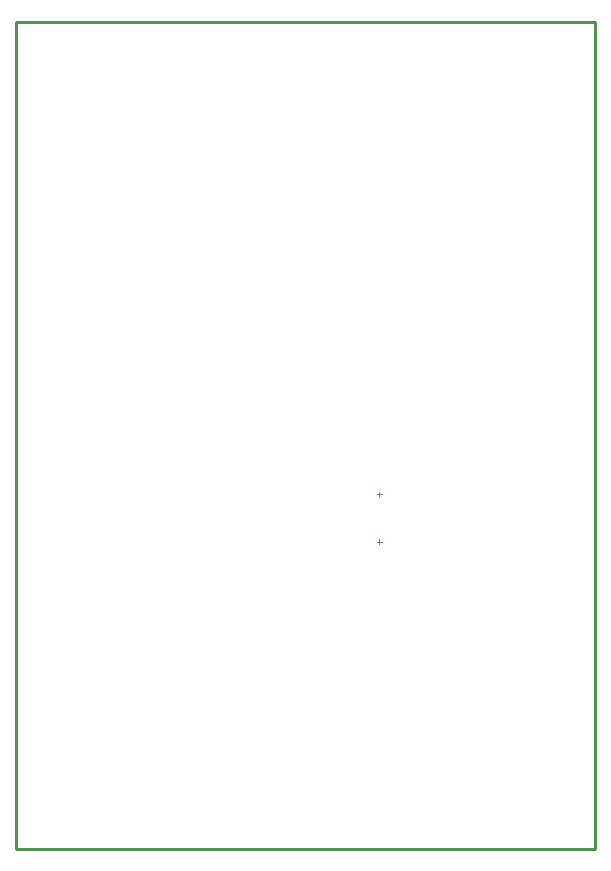
<source format=gm1>
G04*
G04 #@! TF.GenerationSoftware,Altium Limited,Altium Designer,20.0.12 (288)*
G04*
G04 Layer_Color=16711935*
%FSLAX44Y44*%
%MOMM*%
G71*
G01*
G75*
%ADD11C,0.2540*%
%ADD39C,0.1000*%
D11*
Y700000D01*
Y0D02*
X490000D01*
Y560000D01*
Y700000D01*
X0D02*
X490000D01*
D39*
X307500Y298000D02*
Y302000D01*
X305500Y300000D02*
X309500D01*
X307500Y258000D02*
Y262000D01*
X305500Y260000D02*
X309500D01*
M02*

</source>
